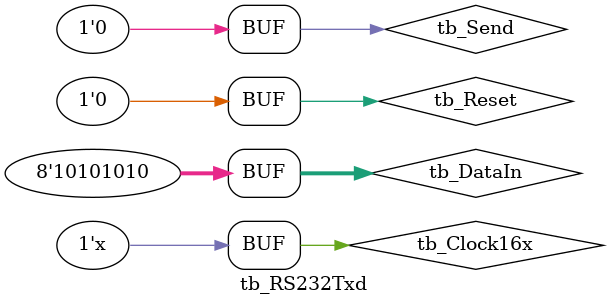
<source format=v>
`timescale 1ns / 1ps

module tb_RS232Txd;

	// Inputs
	reg tb_Reset;
	reg tb_Clock16x;
	reg tb_Send;
	reg [7:0] tb_DataIn;

	// Outputs
	wire tb_Txd;

	// Instantiate the Unit Under Test (UUT)
	RS232Txd uut (
		.Reset(tb_Reset), 
		.Clock16x(tb_Clock16x), 
		.Send(tb_Send), 
		.DataIn(tb_DataIn), 
		.Txd(tb_Txd)
	);

	always begin
		#1 tb_Clock16x = !tb_Clock16x;
	end

	initial begin
		// Initialize Inputs
		tb_Reset = 0;
		tb_Clock16x = 0;
		tb_Send = 0;
		tb_DataIn = 0;

		// Wait 100 ns for global reset to finish
		#100;
        
		// Add stimulus here
		tb_Reset = 1;
        #2;
      	tb_Reset = 0;
      	tb_Send  = 0;
      	#1;
		tb_DataIn = 8'b10101010;
		#1;
      	tb_Send = 1;
      	#4;
      	tb_Send = 0;
      	#64;
      	tb_Send = 1;
      	#4;
      	tb_Send = 0;
      	#100;
	end
      
endmodule


</source>
